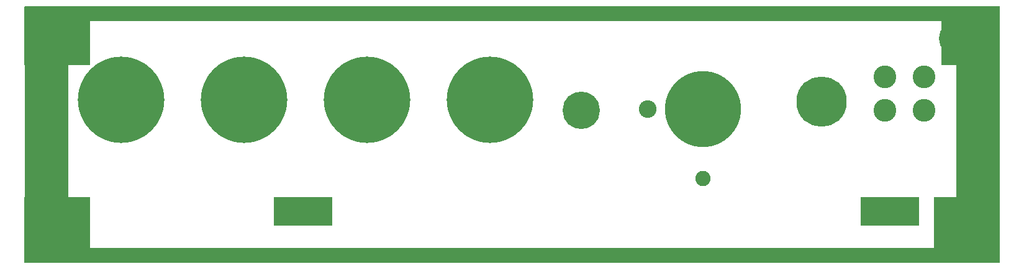
<source format=gbr>
G04 EAGLE Gerber RS-274X export*
G75*
%MOMM*%
%FSLAX34Y34*%
%LPD*%
%INSoldermask Bottom*%
%IPPOS*%
%AMOC8*
5,1,8,0,0,1.08239X$1,22.5*%
G01*
%ADD10C,11.801600*%
%ADD11C,5.101600*%
%ADD12C,6.851600*%
%ADD13C,3.101600*%
%ADD14R,8.000000X4.000000*%
%ADD15R,6.000000X35.000000*%
%ADD16R,9.000000X9.000000*%
%ADD17R,9.000000X8.000000*%
%ADD18R,8.000000X8.000000*%
%ADD19R,133.000000X2.000000*%
%ADD20C,10.401600*%
%ADD21C,2.081600*%
%ADD22C,2.411600*%
%ADD23C,4.417600*%


D10*
X131600Y222800D03*
X466880Y222800D03*
X634520Y222800D03*
X299240Y222800D03*
D11*
X759000Y208300D03*
D12*
X1086500Y219800D03*
D13*
X1173000Y253600D03*
X1173000Y207900D03*
X1226340Y207900D03*
X1226340Y253600D03*
D14*
X1180000Y70000D03*
D15*
X30000Y175000D03*
X1300000Y175000D03*
D16*
X1285000Y45000D03*
X45000Y45000D03*
D17*
X45000Y310000D03*
D18*
X1290000Y310000D03*
D14*
X380000Y70000D03*
D19*
X665000Y10000D03*
X665000Y340000D03*
D20*
X925020Y209800D03*
D21*
X925020Y114500D03*
D22*
X849800Y209800D03*
D23*
X1269210Y306600D03*
X1269210Y56700D03*
X59210Y306600D03*
X59210Y56700D03*
M02*

</source>
